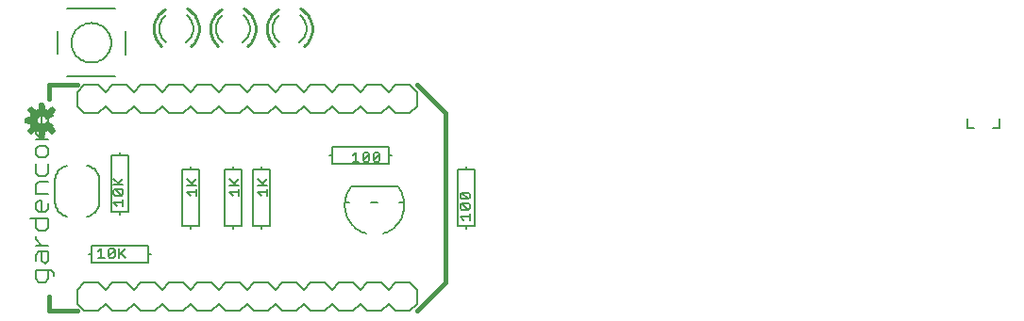
<source format=gto>
G75*
G70*
%OFA0B0*%
%FSLAX24Y24*%
%IPPOS*%
%LPD*%
%AMOC8*
5,1,8,0,0,1.08239X$1,22.5*
%
%ADD10C,0.0060*%
%ADD11C,0.0160*%
%ADD12C,0.0080*%
%ADD13C,0.0100*%
%ADD14C,0.0059*%
D10*
X000750Y002210D02*
X000963Y002210D01*
X001070Y002317D01*
X001070Y002637D01*
X001177Y002637D02*
X001284Y002530D01*
X001284Y002424D01*
X001177Y002637D02*
X000643Y002637D01*
X000643Y002317D01*
X000750Y002210D01*
X000963Y002855D02*
X000856Y002961D01*
X000856Y003282D01*
X000750Y003282D02*
X001070Y003282D01*
X001070Y002961D01*
X000963Y002855D01*
X000643Y002961D02*
X000643Y003175D01*
X000750Y003282D01*
X000856Y003499D02*
X000643Y003713D01*
X000643Y003819D01*
X000750Y004036D02*
X000643Y004143D01*
X000643Y004463D01*
X000429Y004463D02*
X001070Y004463D01*
X001070Y004143D01*
X000963Y004036D01*
X000750Y004036D01*
X000643Y003499D02*
X001070Y003499D01*
X002830Y003287D02*
X002943Y003400D01*
X002943Y003060D01*
X002830Y003060D02*
X003057Y003060D01*
X003198Y003117D02*
X003425Y003344D01*
X003425Y003117D01*
X003368Y003060D01*
X003255Y003060D01*
X003198Y003117D01*
X003198Y003344D01*
X003255Y003400D01*
X003368Y003400D01*
X003425Y003344D01*
X003567Y003400D02*
X003567Y003060D01*
X003567Y003173D02*
X003793Y003400D01*
X003623Y003230D02*
X003793Y003060D01*
X001070Y004788D02*
X000963Y004681D01*
X000750Y004681D01*
X000643Y004788D01*
X000643Y005001D01*
X000750Y005108D01*
X000856Y005108D01*
X000856Y004681D01*
X001070Y004788D02*
X001070Y005001D01*
X001070Y005325D02*
X000643Y005325D01*
X000643Y005646D01*
X000750Y005752D01*
X001070Y005752D01*
X000963Y005970D02*
X001070Y006077D01*
X001070Y006397D01*
X000963Y006614D02*
X001070Y006721D01*
X001070Y006935D01*
X000963Y007041D01*
X000750Y007041D01*
X000643Y006935D01*
X000643Y006721D01*
X000750Y006614D01*
X000963Y006614D01*
X000643Y006397D02*
X000643Y006077D01*
X000750Y005970D01*
X000963Y005970D01*
X003380Y005873D02*
X003607Y005647D01*
X003550Y005703D02*
X003720Y005873D01*
X003720Y005647D02*
X003380Y005647D01*
X003436Y005505D02*
X003663Y005278D01*
X003720Y005335D01*
X003720Y005448D01*
X003663Y005505D01*
X003436Y005505D01*
X003380Y005448D01*
X003380Y005335D01*
X003436Y005278D01*
X003663Y005278D01*
X003720Y005137D02*
X003720Y004910D01*
X003720Y005023D02*
X003380Y005023D01*
X003493Y004910D01*
X005980Y005387D02*
X006320Y005387D01*
X006320Y005500D02*
X006320Y005273D01*
X006093Y005273D02*
X005980Y005387D01*
X005980Y005642D02*
X006320Y005642D01*
X006207Y005642D02*
X005980Y005869D01*
X006150Y005698D02*
X006320Y005869D01*
X007480Y005869D02*
X007707Y005642D01*
X007650Y005698D02*
X007820Y005869D01*
X007820Y005642D02*
X007480Y005642D01*
X007820Y005500D02*
X007820Y005273D01*
X007820Y005387D02*
X007480Y005387D01*
X007593Y005273D01*
X008480Y005387D02*
X008820Y005387D01*
X008820Y005500D02*
X008820Y005273D01*
X008593Y005273D02*
X008480Y005387D01*
X008480Y005642D02*
X008820Y005642D01*
X008707Y005642D02*
X008480Y005869D01*
X008650Y005698D02*
X008820Y005869D01*
X011825Y006460D02*
X012052Y006460D01*
X011938Y006460D02*
X011938Y006800D01*
X011825Y006687D01*
X012193Y006744D02*
X012193Y006517D01*
X012420Y006744D01*
X012420Y006517D01*
X012364Y006460D01*
X012250Y006460D01*
X012193Y006517D01*
X012193Y006744D02*
X012250Y006800D01*
X012364Y006800D01*
X012420Y006744D01*
X012562Y006744D02*
X012618Y006800D01*
X012732Y006800D01*
X012789Y006744D01*
X012562Y006517D01*
X012618Y006460D01*
X012732Y006460D01*
X012789Y006517D01*
X012789Y006744D01*
X012562Y006744D02*
X012562Y006517D01*
X015630Y005317D02*
X015686Y005373D01*
X015913Y005147D01*
X015970Y005203D01*
X015970Y005317D01*
X015913Y005373D01*
X015686Y005373D01*
X015630Y005317D02*
X015630Y005203D01*
X015686Y005147D01*
X015913Y005147D01*
X015913Y005005D02*
X015970Y004948D01*
X015970Y004835D01*
X015913Y004778D01*
X015686Y005005D01*
X015913Y005005D01*
X015686Y005005D02*
X015630Y004948D01*
X015630Y004835D01*
X015686Y004778D01*
X015913Y004778D01*
X015970Y004637D02*
X015970Y004410D01*
X015970Y004523D02*
X015630Y004523D01*
X015743Y004410D01*
X001070Y007259D02*
X000643Y007259D01*
X000856Y007259D02*
X000643Y007472D01*
X000643Y007579D01*
X000750Y007796D02*
X000643Y007903D01*
X000643Y008116D01*
X000750Y008223D01*
X000856Y008223D01*
X000856Y007796D01*
X000750Y007796D02*
X000963Y007796D01*
X001070Y007903D01*
X001070Y008116D01*
X005000Y011180D02*
X005002Y011225D01*
X005007Y011271D01*
X005015Y011315D01*
X005027Y011359D01*
X005043Y011402D01*
X005061Y011444D01*
X005083Y011484D01*
X005107Y011522D01*
X005134Y011558D01*
X005164Y011593D01*
X005197Y011624D01*
X005232Y011654D01*
X006200Y011180D02*
X006198Y011133D01*
X006192Y011085D01*
X006183Y011039D01*
X006170Y010993D01*
X006154Y010949D01*
X006133Y010905D01*
X006110Y010864D01*
X006084Y010825D01*
X006054Y010788D01*
X006021Y010753D01*
X005986Y010721D01*
X005949Y010692D01*
X006200Y011180D02*
X006198Y011226D01*
X006193Y011272D01*
X006184Y011318D01*
X006172Y011363D01*
X006156Y011406D01*
X006137Y011448D01*
X006114Y011489D01*
X006089Y011528D01*
X006061Y011564D01*
X006030Y011599D01*
X005996Y011631D01*
X005960Y011660D01*
X005000Y011180D02*
X005002Y011135D01*
X005007Y011089D01*
X005015Y011045D01*
X005027Y011001D01*
X005043Y010958D01*
X005061Y010916D01*
X005083Y010876D01*
X005107Y010838D01*
X005134Y010802D01*
X005164Y010767D01*
X005197Y010736D01*
X005232Y010706D01*
X007000Y011180D02*
X007002Y011225D01*
X007007Y011271D01*
X007015Y011315D01*
X007027Y011359D01*
X007043Y011402D01*
X007061Y011444D01*
X007083Y011484D01*
X007107Y011522D01*
X007134Y011558D01*
X007164Y011593D01*
X007197Y011624D01*
X007232Y011654D01*
X008200Y011180D02*
X008198Y011133D01*
X008192Y011085D01*
X008183Y011039D01*
X008170Y010993D01*
X008154Y010949D01*
X008133Y010905D01*
X008110Y010864D01*
X008084Y010825D01*
X008054Y010788D01*
X008021Y010753D01*
X007986Y010721D01*
X007949Y010692D01*
X008200Y011180D02*
X008198Y011226D01*
X008193Y011272D01*
X008184Y011318D01*
X008172Y011363D01*
X008156Y011406D01*
X008137Y011448D01*
X008114Y011489D01*
X008089Y011528D01*
X008061Y011564D01*
X008030Y011599D01*
X007996Y011631D01*
X007960Y011660D01*
X007000Y011180D02*
X007002Y011135D01*
X007007Y011089D01*
X007015Y011045D01*
X007027Y011001D01*
X007043Y010958D01*
X007061Y010916D01*
X007083Y010876D01*
X007107Y010838D01*
X007134Y010802D01*
X007164Y010767D01*
X007197Y010736D01*
X007232Y010706D01*
X009000Y011180D02*
X009002Y011225D01*
X009007Y011271D01*
X009015Y011315D01*
X009027Y011359D01*
X009043Y011402D01*
X009061Y011444D01*
X009083Y011484D01*
X009107Y011522D01*
X009134Y011558D01*
X009164Y011593D01*
X009197Y011624D01*
X009232Y011654D01*
X010200Y011180D02*
X010198Y011133D01*
X010192Y011085D01*
X010183Y011039D01*
X010170Y010993D01*
X010154Y010949D01*
X010133Y010905D01*
X010110Y010864D01*
X010084Y010825D01*
X010054Y010788D01*
X010021Y010753D01*
X009986Y010721D01*
X009949Y010692D01*
X010200Y011180D02*
X010198Y011226D01*
X010193Y011272D01*
X010184Y011318D01*
X010172Y011363D01*
X010156Y011406D01*
X010137Y011448D01*
X010114Y011489D01*
X010089Y011528D01*
X010061Y011564D01*
X010030Y011599D01*
X009996Y011631D01*
X009960Y011660D01*
X009000Y011180D02*
X009002Y011135D01*
X009007Y011089D01*
X009015Y011045D01*
X009027Y011001D01*
X009043Y010958D01*
X009061Y010916D01*
X009083Y010876D01*
X009107Y010838D01*
X009134Y010802D01*
X009164Y010767D01*
X009197Y010736D01*
X009232Y010706D01*
X033540Y007990D02*
X033540Y007670D01*
X033760Y007670D01*
X034440Y007670D02*
X034660Y007670D01*
X034660Y007990D01*
D11*
X001100Y001680D02*
X001100Y001180D01*
X002100Y001180D01*
X014100Y001180D02*
X015100Y002180D01*
X015100Y008180D01*
X014100Y009180D01*
X002100Y009180D02*
X001100Y009180D01*
X001100Y008680D01*
D12*
X002100Y008430D02*
X002350Y008180D01*
X002850Y008180D01*
X003100Y008430D01*
X003350Y008180D01*
X003850Y008180D01*
X004100Y008430D01*
X004350Y008180D01*
X004850Y008180D01*
X005100Y008430D01*
X005350Y008180D01*
X005850Y008180D01*
X006100Y008430D01*
X006350Y008180D01*
X006850Y008180D01*
X007100Y008430D01*
X007350Y008180D01*
X007850Y008180D01*
X008100Y008430D01*
X008350Y008180D01*
X008850Y008180D01*
X009100Y008430D01*
X009350Y008180D01*
X009850Y008180D01*
X010100Y008430D01*
X010350Y008180D01*
X010850Y008180D01*
X011100Y008430D01*
X011350Y008180D01*
X011850Y008180D01*
X012100Y008430D01*
X012350Y008180D01*
X012850Y008180D01*
X013100Y008430D01*
X013350Y008180D01*
X013850Y008180D01*
X014100Y008430D01*
X014100Y008930D01*
X013850Y009180D01*
X013350Y009180D01*
X013100Y008930D01*
X012850Y009180D01*
X012350Y009180D01*
X012100Y008930D01*
X011850Y009180D01*
X011350Y009180D01*
X011100Y008930D01*
X010850Y009180D01*
X010350Y009180D01*
X010100Y008930D01*
X009850Y009180D01*
X009350Y009180D01*
X009100Y008930D01*
X008850Y009180D01*
X008350Y009180D01*
X008100Y008930D01*
X007850Y009180D01*
X007350Y009180D01*
X007100Y008930D01*
X006850Y009180D01*
X006350Y009180D01*
X006100Y008930D01*
X005850Y009180D01*
X005350Y009180D01*
X005100Y008930D01*
X004850Y009180D01*
X004350Y009180D01*
X004100Y008930D01*
X003850Y009180D01*
X003350Y009180D01*
X003100Y008930D01*
X002850Y009180D01*
X002350Y009180D01*
X002100Y008930D01*
X002100Y008430D01*
X001750Y009480D02*
X003450Y009480D01*
X003800Y010275D02*
X003800Y011080D01*
X001900Y010680D02*
X001902Y010732D01*
X001908Y010784D01*
X001918Y010836D01*
X001931Y010886D01*
X001948Y010936D01*
X001969Y010984D01*
X001994Y011030D01*
X002022Y011074D01*
X002053Y011116D01*
X002087Y011156D01*
X002124Y011193D01*
X002164Y011227D01*
X002206Y011258D01*
X002250Y011286D01*
X002296Y011311D01*
X002344Y011332D01*
X002394Y011349D01*
X002444Y011362D01*
X002496Y011372D01*
X002548Y011378D01*
X002600Y011380D01*
X002652Y011378D01*
X002704Y011372D01*
X002756Y011362D01*
X002806Y011349D01*
X002856Y011332D01*
X002904Y011311D01*
X002950Y011286D01*
X002994Y011258D01*
X003036Y011227D01*
X003076Y011193D01*
X003113Y011156D01*
X003147Y011116D01*
X003178Y011074D01*
X003206Y011030D01*
X003231Y010984D01*
X003252Y010936D01*
X003269Y010886D01*
X003282Y010836D01*
X003292Y010784D01*
X003298Y010732D01*
X003300Y010680D01*
X003298Y010628D01*
X003292Y010576D01*
X003282Y010524D01*
X003269Y010474D01*
X003252Y010424D01*
X003231Y010376D01*
X003206Y010330D01*
X003178Y010286D01*
X003147Y010244D01*
X003113Y010204D01*
X003076Y010167D01*
X003036Y010133D01*
X002994Y010102D01*
X002950Y010074D01*
X002904Y010049D01*
X002856Y010028D01*
X002806Y010011D01*
X002756Y009998D01*
X002704Y009988D01*
X002652Y009982D01*
X002600Y009980D01*
X002548Y009982D01*
X002496Y009988D01*
X002444Y009998D01*
X002394Y010011D01*
X002344Y010028D01*
X002296Y010049D01*
X002250Y010074D01*
X002206Y010102D01*
X002164Y010133D01*
X002124Y010167D01*
X002087Y010204D01*
X002053Y010244D01*
X002022Y010286D01*
X001994Y010330D01*
X001969Y010376D01*
X001948Y010424D01*
X001931Y010474D01*
X001918Y010524D01*
X001908Y010576D01*
X001902Y010628D01*
X001900Y010680D01*
X001400Y010287D02*
X001400Y011080D01*
X001750Y011880D02*
X003450Y011880D01*
X011100Y006980D02*
X013100Y006980D01*
X013100Y006680D01*
X013200Y006680D01*
X013100Y006680D02*
X013100Y006380D01*
X011100Y006380D01*
X011100Y006680D01*
X011000Y006680D01*
X011100Y006680D02*
X011100Y006980D01*
X008900Y006180D02*
X008600Y006180D01*
X008600Y006280D01*
X008600Y006180D02*
X008300Y006180D01*
X008300Y004180D01*
X008600Y004180D01*
X008600Y004080D01*
X008600Y004180D02*
X008900Y004180D01*
X008900Y006180D01*
X007900Y006180D02*
X007600Y006180D01*
X007600Y006280D01*
X007600Y006180D02*
X007300Y006180D01*
X007300Y004180D01*
X007600Y004180D01*
X007600Y004080D01*
X007600Y004180D02*
X007900Y004180D01*
X007900Y006180D01*
X006400Y006180D02*
X006100Y006180D01*
X006100Y006280D01*
X006100Y006180D02*
X005800Y006180D01*
X005800Y004180D01*
X006100Y004180D01*
X006100Y004080D01*
X006100Y004180D02*
X006400Y004180D01*
X006400Y006180D01*
X003900Y006680D02*
X003900Y004680D01*
X003600Y004680D01*
X003600Y004580D01*
X003600Y004680D02*
X003300Y004680D01*
X003300Y006680D01*
X003600Y006680D01*
X003600Y006780D01*
X003600Y006680D02*
X003900Y006680D01*
X002887Y005824D02*
X002887Y005036D01*
X002882Y004992D01*
X002873Y004948D01*
X002862Y004904D01*
X002846Y004862D01*
X002828Y004821D01*
X002806Y004782D01*
X002782Y004745D01*
X002754Y004709D01*
X002724Y004676D01*
X002691Y004646D01*
X002656Y004618D01*
X002619Y004593D01*
X002580Y004571D01*
X002539Y004552D01*
X002497Y004537D01*
X002454Y004525D01*
X001746Y004525D02*
X001703Y004537D01*
X001661Y004552D01*
X001620Y004571D01*
X001581Y004593D01*
X001544Y004618D01*
X001509Y004646D01*
X001476Y004676D01*
X001446Y004709D01*
X001418Y004745D01*
X001394Y004782D01*
X001372Y004821D01*
X001354Y004862D01*
X001338Y004904D01*
X001327Y004948D01*
X001318Y004992D01*
X001313Y005036D01*
X001313Y005824D01*
X001318Y005868D01*
X001327Y005912D01*
X001338Y005956D01*
X001354Y005998D01*
X001372Y006039D01*
X001394Y006078D01*
X001418Y006115D01*
X001446Y006151D01*
X001476Y006184D01*
X001509Y006214D01*
X001544Y006242D01*
X001581Y006267D01*
X001620Y006289D01*
X001661Y006308D01*
X001703Y006323D01*
X001746Y006335D01*
X002454Y006335D02*
X002497Y006323D01*
X002539Y006308D01*
X002580Y006289D01*
X002619Y006267D01*
X002656Y006242D01*
X002691Y006214D01*
X002724Y006184D01*
X002754Y006151D01*
X002782Y006115D01*
X002806Y006078D01*
X002828Y006039D01*
X002846Y005998D01*
X002862Y005956D01*
X002873Y005912D01*
X002882Y005868D01*
X002887Y005824D01*
X002600Y003480D02*
X002600Y003180D01*
X002500Y003180D01*
X002600Y003180D02*
X002600Y002880D01*
X004600Y002880D01*
X004600Y003180D01*
X004700Y003180D01*
X004600Y003180D02*
X004600Y003480D01*
X002600Y003480D01*
X002350Y002180D02*
X002100Y001930D01*
X002100Y001430D01*
X002350Y001180D01*
X002850Y001180D01*
X003100Y001430D01*
X003350Y001180D01*
X003850Y001180D01*
X004100Y001430D01*
X004350Y001180D01*
X004850Y001180D01*
X005100Y001430D01*
X005350Y001180D01*
X005850Y001180D01*
X006100Y001430D01*
X006350Y001180D01*
X006850Y001180D01*
X007100Y001430D01*
X007350Y001180D01*
X007850Y001180D01*
X008100Y001430D01*
X008350Y001180D01*
X008850Y001180D01*
X009100Y001430D01*
X009350Y001180D01*
X009850Y001180D01*
X010100Y001430D01*
X010350Y001180D01*
X010850Y001180D01*
X011100Y001430D01*
X011350Y001180D01*
X011850Y001180D01*
X012100Y001430D01*
X012350Y001180D01*
X012850Y001180D01*
X013100Y001430D01*
X013350Y001180D01*
X013850Y001180D01*
X014100Y001430D01*
X014100Y001930D01*
X013850Y002180D01*
X013350Y002180D01*
X013100Y001930D01*
X012850Y002180D01*
X012350Y002180D01*
X012100Y001930D01*
X011850Y002180D01*
X011350Y002180D01*
X011100Y001930D01*
X010850Y002180D01*
X010350Y002180D01*
X010100Y001930D01*
X009850Y002180D01*
X009350Y002180D01*
X009100Y001930D01*
X008850Y002180D01*
X008350Y002180D01*
X008100Y001930D01*
X007850Y002180D01*
X007350Y002180D01*
X007100Y001930D01*
X006850Y002180D01*
X006350Y002180D01*
X006100Y001930D01*
X005850Y002180D01*
X005350Y002180D01*
X005100Y001930D01*
X004850Y002180D01*
X004350Y002180D01*
X004100Y001930D01*
X003850Y002180D01*
X003350Y002180D01*
X003100Y001930D01*
X002850Y002180D01*
X002350Y002180D01*
X011555Y005030D02*
X011713Y005030D01*
X012487Y005030D02*
X012713Y005030D01*
X011775Y005580D02*
X011738Y005529D01*
X011703Y005476D01*
X011671Y005420D01*
X011643Y005363D01*
X011619Y005304D01*
X011598Y005244D01*
X011581Y005183D01*
X011567Y005121D01*
X011558Y005058D01*
X011552Y004995D01*
X011550Y004931D01*
X011552Y004867D01*
X011558Y004804D01*
X011567Y004741D01*
X011580Y004679D01*
X011598Y004618D01*
X011618Y004558D01*
X011643Y004499D01*
X011670Y004442D01*
X011702Y004386D01*
X011736Y004333D01*
X011774Y004282D01*
X011815Y004233D01*
X011859Y004187D01*
X011905Y004143D01*
X011954Y004102D01*
X012005Y004065D01*
X012059Y004030D01*
X012114Y003999D01*
X012171Y003971D01*
X012230Y003947D01*
X012290Y003927D01*
X012910Y003927D02*
X012970Y003947D01*
X013029Y003971D01*
X013086Y003999D01*
X013141Y004030D01*
X013195Y004065D01*
X013246Y004102D01*
X013295Y004143D01*
X013341Y004187D01*
X013385Y004233D01*
X013426Y004282D01*
X013464Y004333D01*
X013498Y004386D01*
X013529Y004442D01*
X013557Y004499D01*
X013582Y004558D01*
X013602Y004618D01*
X013620Y004679D01*
X013633Y004741D01*
X013642Y004804D01*
X013648Y004867D01*
X013650Y004931D01*
X013648Y004995D01*
X013642Y005058D01*
X013633Y005121D01*
X013619Y005183D01*
X013602Y005244D01*
X013581Y005304D01*
X013557Y005363D01*
X013529Y005420D01*
X013497Y005476D01*
X013462Y005529D01*
X013425Y005580D01*
X011775Y005580D01*
X013487Y005030D02*
X013645Y005030D01*
X015550Y004180D02*
X015850Y004180D01*
X015850Y004080D01*
X015850Y004180D02*
X016150Y004180D01*
X016150Y006180D01*
X015850Y006180D01*
X015850Y006280D01*
X015850Y006180D02*
X015550Y006180D01*
X015550Y004180D01*
D13*
X010400Y011180D02*
X010398Y011234D01*
X010393Y011288D01*
X010384Y011341D01*
X010371Y011394D01*
X010355Y011445D01*
X010335Y011495D01*
X010312Y011544D01*
X010286Y011592D01*
X010257Y011637D01*
X010224Y011680D01*
X010189Y011721D01*
X010151Y011760D01*
X010111Y011796D01*
X010068Y011829D01*
X010023Y011859D01*
X009976Y011886D01*
X009203Y011875D02*
X009155Y011845D01*
X009110Y011812D01*
X009067Y011776D01*
X009026Y011738D01*
X008989Y011696D01*
X008954Y011652D01*
X008923Y011606D01*
X008894Y011557D01*
X008870Y011507D01*
X008849Y011455D01*
X008831Y011401D01*
X008818Y011347D01*
X008808Y011292D01*
X008802Y011236D01*
X008800Y011180D01*
X008802Y011127D01*
X008807Y011073D01*
X008816Y011021D01*
X008828Y010969D01*
X008844Y010918D01*
X008863Y010868D01*
X008886Y010819D01*
X008912Y010772D01*
X008940Y010727D01*
X008972Y010684D01*
X009006Y010644D01*
X009044Y010605D01*
X009083Y010569D01*
X010112Y010565D02*
X010152Y010601D01*
X010190Y010640D01*
X010225Y010681D01*
X010257Y010724D01*
X010287Y010769D01*
X010313Y010816D01*
X010335Y010865D01*
X010355Y010916D01*
X010371Y010967D01*
X010384Y011019D01*
X010393Y011073D01*
X010398Y011126D01*
X010400Y011180D01*
X007203Y011875D02*
X007155Y011845D01*
X007110Y011812D01*
X007067Y011776D01*
X007026Y011738D01*
X006989Y011696D01*
X006954Y011652D01*
X006923Y011606D01*
X006894Y011557D01*
X006870Y011507D01*
X006849Y011455D01*
X006831Y011401D01*
X006818Y011347D01*
X006808Y011292D01*
X006802Y011236D01*
X006800Y011180D01*
X007976Y011886D02*
X008023Y011859D01*
X008068Y011829D01*
X008111Y011796D01*
X008151Y011760D01*
X008189Y011721D01*
X008224Y011680D01*
X008257Y011637D01*
X008286Y011592D01*
X008312Y011544D01*
X008335Y011495D01*
X008355Y011445D01*
X008371Y011394D01*
X008384Y011341D01*
X008393Y011288D01*
X008398Y011234D01*
X008400Y011180D01*
X007083Y010569D02*
X007044Y010605D01*
X007006Y010644D01*
X006972Y010684D01*
X006940Y010727D01*
X006912Y010772D01*
X006886Y010819D01*
X006863Y010868D01*
X006844Y010918D01*
X006828Y010969D01*
X006816Y011021D01*
X006807Y011073D01*
X006802Y011127D01*
X006800Y011180D01*
X008112Y010565D02*
X008152Y010601D01*
X008190Y010640D01*
X008225Y010681D01*
X008257Y010724D01*
X008287Y010769D01*
X008313Y010816D01*
X008335Y010865D01*
X008355Y010916D01*
X008371Y010967D01*
X008384Y011019D01*
X008393Y011073D01*
X008398Y011126D01*
X008400Y011180D01*
X005203Y011875D02*
X005155Y011845D01*
X005110Y011812D01*
X005067Y011776D01*
X005026Y011738D01*
X004989Y011696D01*
X004954Y011652D01*
X004923Y011606D01*
X004894Y011557D01*
X004870Y011507D01*
X004849Y011455D01*
X004831Y011401D01*
X004818Y011347D01*
X004808Y011292D01*
X004802Y011236D01*
X004800Y011180D01*
X005976Y011886D02*
X006023Y011859D01*
X006068Y011829D01*
X006111Y011796D01*
X006151Y011760D01*
X006189Y011721D01*
X006224Y011680D01*
X006257Y011637D01*
X006286Y011592D01*
X006312Y011544D01*
X006335Y011495D01*
X006355Y011445D01*
X006371Y011394D01*
X006384Y011341D01*
X006393Y011288D01*
X006398Y011234D01*
X006400Y011180D01*
X005083Y010569D02*
X005044Y010605D01*
X005006Y010644D01*
X004972Y010684D01*
X004940Y010727D01*
X004912Y010772D01*
X004886Y010819D01*
X004863Y010868D01*
X004844Y010918D01*
X004828Y010969D01*
X004816Y011021D01*
X004807Y011073D01*
X004802Y011127D01*
X004800Y011180D01*
X006112Y010565D02*
X006152Y010601D01*
X006190Y010640D01*
X006225Y010681D01*
X006257Y010724D01*
X006287Y010769D01*
X006313Y010816D01*
X006335Y010865D01*
X006355Y010916D01*
X006371Y010967D01*
X006384Y011019D01*
X006393Y011073D01*
X006398Y011126D01*
X006400Y011180D01*
D14*
X001315Y008294D02*
X001214Y008395D01*
X001065Y008274D01*
X001005Y008305D01*
X000941Y008326D01*
X000922Y008516D01*
X000778Y008516D01*
X000759Y008326D01*
X000695Y008305D01*
X000635Y008274D01*
X000486Y008395D01*
X000385Y008294D01*
X000506Y008145D01*
X000475Y008085D01*
X000454Y008021D01*
X000264Y008002D01*
X000264Y007858D01*
X000454Y007839D01*
X000475Y007775D01*
X000506Y007715D01*
X000385Y007566D01*
X000486Y007465D01*
X000635Y007586D01*
X000695Y007555D01*
X000759Y007534D01*
X000778Y007344D01*
X000922Y007344D01*
X000941Y007534D01*
X001005Y007555D01*
X001065Y007586D01*
X001214Y007465D01*
X001315Y007566D01*
X001194Y007715D01*
X001225Y007775D01*
X001021Y007859D01*
X000999Y007822D01*
X000970Y007790D01*
X000934Y007766D01*
X000893Y007751D01*
X000850Y007745D01*
X000806Y007751D01*
X000765Y007766D01*
X000728Y007791D01*
X000699Y007824D01*
X000678Y007863D01*
X000667Y007906D01*
X000667Y007950D01*
X000677Y007993D01*
X000697Y008032D01*
X000725Y008066D01*
X000761Y008092D01*
X000802Y008108D01*
X000846Y008114D01*
X000890Y008110D01*
X000932Y008095D01*
X000969Y008071D01*
X000999Y008039D01*
X001021Y008001D01*
X001225Y008085D01*
X001194Y008145D01*
X001315Y008294D01*
X001313Y008296D02*
X001091Y008296D01*
X001024Y008296D02*
X000676Y008296D01*
X000609Y008296D02*
X000387Y008296D01*
X000430Y008238D02*
X001270Y008238D01*
X001223Y008181D02*
X000477Y008181D01*
X000494Y008123D02*
X001206Y008123D01*
X001177Y008065D02*
X000974Y008065D01*
X001016Y008008D02*
X001038Y008008D01*
X001007Y007835D02*
X001079Y007835D01*
X000952Y007778D02*
X001218Y007778D01*
X001197Y007720D02*
X000503Y007720D01*
X000474Y007778D02*
X000748Y007778D01*
X000693Y007835D02*
X000455Y007835D01*
X000463Y007663D02*
X001237Y007663D01*
X001284Y007605D02*
X000416Y007605D01*
X000404Y007547D02*
X000588Y007547D01*
X000517Y007490D02*
X000461Y007490D01*
X000718Y007547D02*
X000982Y007547D01*
X000937Y007490D02*
X000763Y007490D01*
X000769Y007432D02*
X000931Y007432D01*
X000925Y007375D02*
X000775Y007375D01*
X001183Y007490D02*
X001239Y007490D01*
X001296Y007547D02*
X001112Y007547D01*
X000670Y007893D02*
X000264Y007893D01*
X000264Y007950D02*
X000667Y007950D01*
X000684Y008008D02*
X000322Y008008D01*
X000469Y008065D02*
X000725Y008065D01*
X000761Y008353D02*
X000939Y008353D01*
X000933Y008411D02*
X000767Y008411D01*
X000773Y008468D02*
X000927Y008468D01*
X001162Y008353D02*
X001256Y008353D01*
X000538Y008353D02*
X000444Y008353D01*
M02*

</source>
